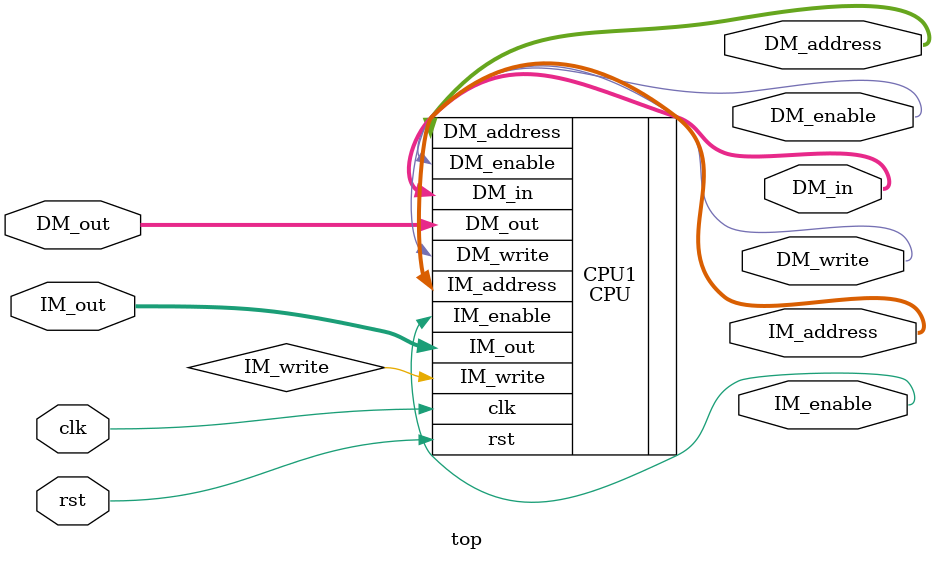
<source format=sv>
`include "CPU.sv"
module top (clk,
            rst,
            IM_out,
            DM_out,
            IM_enable,
            IM_address,
            DM_write,
            DM_enable,
            DM_in,
            DM_address
			);
input clk,rst;
input [31:0] IM_out,DM_out;
output DM_write;
output logic [31:0] DM_in;
output logic [31:0] IM_address,DM_address;
output logic IM_enable,DM_enable;
CPU CPU1(.clk(clk),  
	     .rst(rst),
		 .IM_enable(IM_enable),
		 .IM_out(IM_out),
		 .IM_address(IM_address),
		 .IM_write(IM_write),
		 .DM_write(DM_write),
		 .DM_enable(DM_enable),
		 .DM_in(DM_in),
		 .DM_address(DM_address),
		 .DM_out(DM_out)
        );
endmodule

</source>
